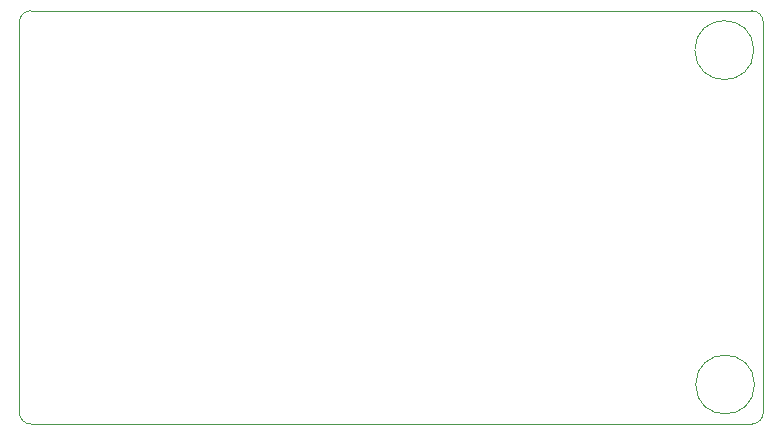
<source format=gbr>
%TF.GenerationSoftware,KiCad,Pcbnew,7.0.5-0*%
%TF.CreationDate,2024-04-29T00:28:01+02:00*%
%TF.ProjectId,esp32-eter,65737033-322d-4657-9465-722e6b696361,rev?*%
%TF.SameCoordinates,Original*%
%TF.FileFunction,Profile,NP*%
%FSLAX46Y46*%
G04 Gerber Fmt 4.6, Leading zero omitted, Abs format (unit mm)*
G04 Created by KiCad (PCBNEW 7.0.5-0) date 2024-04-29 00:28:01*
%MOMM*%
%LPD*%
G01*
G04 APERTURE LIST*
%TA.AperFunction,Profile*%
%ADD10C,0.100000*%
%TD*%
G04 APERTURE END LIST*
D10*
X129246765Y-81656764D02*
G75*
G03*
X129246765Y-81656764I-2486765J0D01*
G01*
X68000000Y-50000000D02*
G75*
G03*
X67000000Y-51000000I0J-1000000D01*
G01*
X67000000Y-84000000D02*
G75*
G03*
X68000000Y-85000000I1000000J0D01*
G01*
X130000000Y-51000000D02*
G75*
G03*
X129000000Y-50000000I-1000000J0D01*
G01*
X130000000Y-84000000D02*
X130000000Y-51000000D01*
X67000000Y-51000000D02*
X67000000Y-83000000D01*
X129000000Y-85000000D02*
X68000000Y-85000000D01*
X129000000Y-85000000D02*
G75*
G03*
X130000000Y-84000000I0J1000000D01*
G01*
X129194674Y-53340000D02*
G75*
G03*
X129194674Y-53340000I-2494674J0D01*
G01*
X67000000Y-83000000D02*
X67000000Y-84000000D01*
X129000000Y-50000000D02*
X68000000Y-50000000D01*
M02*

</source>
